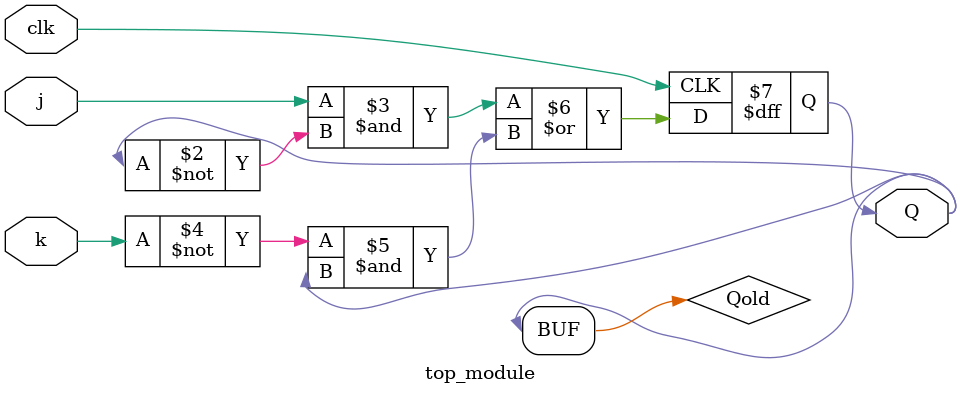
<source format=v>
module top_module (
    input clk,
    input j,
    input k,
    output Q); 
    
    wire Qold;
    assign Qold = Q;
    
    always @(posedge clk)
        begin
            Q <= j&(~Qold) | (~k)&Qold;
        end
endmodule

</source>
